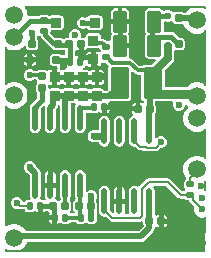
<source format=gbl>
G04*
G04 #@! TF.GenerationSoftware,Altium Limited,Altium Designer,24.1.2 (44)*
G04*
G04 Layer_Physical_Order=4*
G04 Layer_Color=16711680*
%FSLAX25Y25*%
%MOIN*%
G70*
G04*
G04 #@! TF.SameCoordinates,64876319-8F7E-4D7F-B011-834D707076D5*
G04*
G04*
G04 #@! TF.FilePolarity,Positive*
G04*
G01*
G75*
%ADD12C,0.00787*%
%ADD14C,0.01968*%
%ADD15C,0.01575*%
G04:AMPARAMS|DCode=27|XSize=35.83mil|YSize=33.47mil|CornerRadius=3.35mil|HoleSize=0mil|Usage=FLASHONLY|Rotation=0.000|XOffset=0mil|YOffset=0mil|HoleType=Round|Shape=RoundedRectangle|*
%AMROUNDEDRECTD27*
21,1,0.03583,0.02677,0,0,0.0*
21,1,0.02913,0.03347,0,0,0.0*
1,1,0.00669,0.01457,-0.01339*
1,1,0.00669,-0.01457,-0.01339*
1,1,0.00669,-0.01457,0.01339*
1,1,0.00669,0.01457,0.01339*
%
%ADD27ROUNDEDRECTD27*%
G04:AMPARAMS|DCode=28|XSize=70.87mil|YSize=45.28mil|CornerRadius=4.53mil|HoleSize=0mil|Usage=FLASHONLY|Rotation=90.000|XOffset=0mil|YOffset=0mil|HoleType=Round|Shape=RoundedRectangle|*
%AMROUNDEDRECTD28*
21,1,0.07087,0.03622,0,0,90.0*
21,1,0.06181,0.04528,0,0,90.0*
1,1,0.00906,0.01811,0.03091*
1,1,0.00906,0.01811,-0.03091*
1,1,0.00906,-0.01811,-0.03091*
1,1,0.00906,-0.01811,0.03091*
%
%ADD28ROUNDEDRECTD28*%
G04:AMPARAMS|DCode=31|XSize=23.62mil|YSize=23.62mil|CornerRadius=2.36mil|HoleSize=0mil|Usage=FLASHONLY|Rotation=90.000|XOffset=0mil|YOffset=0mil|HoleType=Round|Shape=RoundedRectangle|*
%AMROUNDEDRECTD31*
21,1,0.02362,0.01890,0,0,90.0*
21,1,0.01890,0.02362,0,0,90.0*
1,1,0.00472,0.00945,0.00945*
1,1,0.00472,0.00945,-0.00945*
1,1,0.00472,-0.00945,-0.00945*
1,1,0.00472,-0.00945,0.00945*
%
%ADD31ROUNDEDRECTD31*%
G04:AMPARAMS|DCode=32|XSize=19.68mil|YSize=23.62mil|CornerRadius=1.97mil|HoleSize=0mil|Usage=FLASHONLY|Rotation=0.000|XOffset=0mil|YOffset=0mil|HoleType=Round|Shape=RoundedRectangle|*
%AMROUNDEDRECTD32*
21,1,0.01968,0.01968,0,0,0.0*
21,1,0.01575,0.02362,0,0,0.0*
1,1,0.00394,0.00787,-0.00984*
1,1,0.00394,-0.00787,-0.00984*
1,1,0.00394,-0.00787,0.00984*
1,1,0.00394,0.00787,0.00984*
%
%ADD32ROUNDEDRECTD32*%
G04:AMPARAMS|DCode=33|XSize=19.68mil|YSize=23.62mil|CornerRadius=1.97mil|HoleSize=0mil|Usage=FLASHONLY|Rotation=270.000|XOffset=0mil|YOffset=0mil|HoleType=Round|Shape=RoundedRectangle|*
%AMROUNDEDRECTD33*
21,1,0.01968,0.01968,0,0,270.0*
21,1,0.01575,0.02362,0,0,270.0*
1,1,0.00394,-0.00984,-0.00787*
1,1,0.00394,-0.00984,0.00787*
1,1,0.00394,0.00984,0.00787*
1,1,0.00394,0.00984,-0.00787*
%
%ADD33ROUNDEDRECTD33*%
%ADD51O,0.00787X0.05906*%
%ADD52O,0.00787X0.03937*%
%ADD53O,0.00787X0.40158*%
%ADD54O,0.66929X0.00787*%
%ADD55O,0.00787X0.18898*%
%ADD56O,0.00787X0.10236*%
%ADD57O,0.00787X0.12992*%
%ADD58O,0.60630X0.00787*%
%ADD59O,0.00787X0.01181*%
%ADD60C,0.02362*%
%ADD61C,0.03150*%
%ADD63C,0.02756*%
%ADD64C,0.02362*%
%ADD65C,0.05906*%
%ADD66C,0.01181*%
G04:AMPARAMS|DCode=67|XSize=23.62mil|YSize=23.62mil|CornerRadius=2.36mil|HoleSize=0mil|Usage=FLASHONLY|Rotation=0.000|XOffset=0mil|YOffset=0mil|HoleType=Round|Shape=RoundedRectangle|*
%AMROUNDEDRECTD67*
21,1,0.02362,0.01890,0,0,0.0*
21,1,0.01890,0.02362,0,0,0.0*
1,1,0.00472,0.00945,-0.00945*
1,1,0.00472,-0.00945,-0.00945*
1,1,0.00472,-0.00945,0.00945*
1,1,0.00472,0.00945,0.00945*
%
%ADD67ROUNDEDRECTD67*%
G04:AMPARAMS|DCode=68|XSize=106.3mil|YSize=62.99mil|CornerRadius=6.3mil|HoleSize=0mil|Usage=FLASHONLY|Rotation=90.000|XOffset=0mil|YOffset=0mil|HoleType=Round|Shape=RoundedRectangle|*
%AMROUNDEDRECTD68*
21,1,0.10630,0.05039,0,0,90.0*
21,1,0.09370,0.06299,0,0,90.0*
1,1,0.01260,0.02520,0.04685*
1,1,0.01260,0.02520,-0.04685*
1,1,0.01260,-0.02520,-0.04685*
1,1,0.01260,-0.02520,0.04685*
%
%ADD68ROUNDEDRECTD68*%
G04:AMPARAMS|DCode=69|XSize=33.47mil|YSize=33.47mil|CornerRadius=3.35mil|HoleSize=0mil|Usage=FLASHONLY|Rotation=270.000|XOffset=0mil|YOffset=0mil|HoleType=Round|Shape=RoundedRectangle|*
%AMROUNDEDRECTD69*
21,1,0.03347,0.02677,0,0,270.0*
21,1,0.02677,0.03347,0,0,270.0*
1,1,0.00669,-0.01339,-0.01339*
1,1,0.00669,-0.01339,0.01339*
1,1,0.00669,0.01339,0.01339*
1,1,0.00669,0.01339,-0.01339*
%
%ADD69ROUNDEDRECTD69*%
%ADD70O,0.01968X0.08661*%
G04:AMPARAMS|DCode=71|XSize=122.05mil|YSize=94.49mil|CornerRadius=9.45mil|HoleSize=0mil|Usage=FLASHONLY|Rotation=180.000|XOffset=0mil|YOffset=0mil|HoleType=Round|Shape=RoundedRectangle|*
%AMROUNDEDRECTD71*
21,1,0.12205,0.07559,0,0,180.0*
21,1,0.10315,0.09449,0,0,180.0*
1,1,0.01890,-0.05158,0.03780*
1,1,0.01890,0.05158,0.03780*
1,1,0.01890,0.05158,-0.03780*
1,1,0.01890,-0.05158,-0.03780*
%
%ADD71ROUNDEDRECTD71*%
G04:AMPARAMS|DCode=72|XSize=118.11mil|YSize=104.33mil|CornerRadius=10.43mil|HoleSize=0mil|Usage=FLASHONLY|Rotation=0.000|XOffset=0mil|YOffset=0mil|HoleType=Round|Shape=RoundedRectangle|*
%AMROUNDEDRECTD72*
21,1,0.11811,0.08346,0,0,0.0*
21,1,0.09724,0.10433,0,0,0.0*
1,1,0.02087,0.04862,-0.04173*
1,1,0.02087,-0.04862,-0.04173*
1,1,0.02087,-0.04862,0.04173*
1,1,0.02087,0.04862,0.04173*
%
%ADD72ROUNDEDRECTD72*%
G36*
X62081Y81299D02*
X61196Y80788D01*
X60353Y79945D01*
X60246Y79759D01*
X59372D01*
X59218Y79862D01*
X58819Y79941D01*
X56929D01*
X56530Y79862D01*
X55999Y79855D01*
X55446Y80409D01*
X54722Y80709D01*
X53939D01*
X53333Y80458D01*
X53149Y80422D01*
X52636Y80524D01*
X52481Y80756D01*
X52070Y81030D01*
X51586Y81127D01*
X47964D01*
X47480Y81030D01*
X47070Y80756D01*
X46796Y80346D01*
X46700Y79862D01*
Y73681D01*
X46796Y73197D01*
X47052Y72756D01*
X46796Y72315D01*
X46700Y71831D01*
Y65650D01*
X46796Y65166D01*
X47070Y64755D01*
X47480Y64481D01*
X47964Y64385D01*
X50131D01*
X50357Y63840D01*
X49423Y62906D01*
X49105Y62429D01*
X46693D01*
X46140Y62319D01*
X45671Y62006D01*
X45612Y61918D01*
X44793D01*
X42726Y63986D01*
X42270Y64290D01*
X41732Y64397D01*
X41509D01*
X41218Y64988D01*
X41337Y65166D01*
X41434Y65650D01*
Y67953D01*
X38358D01*
Y69528D01*
X41434D01*
Y71831D01*
X41337Y72315D01*
X41081Y72756D01*
X41337Y73197D01*
X41434Y73681D01*
Y75984D01*
X38358D01*
X35283D01*
Y73681D01*
X35379Y73197D01*
X35635Y72756D01*
X35379Y72315D01*
X35283Y71831D01*
Y70637D01*
X34738Y70164D01*
X33860D01*
X33465Y70560D01*
X33009Y70865D01*
X32471Y70972D01*
X31930D01*
Y71779D01*
X31843Y72217D01*
X31595Y72588D01*
X31224Y72836D01*
X30786Y72923D01*
X28109D01*
X27671Y72836D01*
X27300Y72588D01*
X27052Y72217D01*
X26965Y71779D01*
Y71635D01*
X26375Y71252D01*
X26234Y71280D01*
X25673D01*
X25345Y71771D01*
X25373Y71839D01*
Y72622D01*
X25074Y73346D01*
X24520Y73900D01*
X23796Y74199D01*
X23013D01*
X22290Y73900D01*
X21736Y73346D01*
X21436Y72622D01*
Y71839D01*
X21464Y71771D01*
X21136Y71280D01*
X20407D01*
X20008Y71201D01*
X19669Y70974D01*
X19399D01*
X19061Y71201D01*
X18661Y71280D01*
X17377D01*
X17323Y71291D01*
X17323Y71291D01*
X16618D01*
X14985Y72924D01*
Y73389D01*
X15298Y73778D01*
X15466Y73895D01*
X18379D01*
X18817Y73982D01*
X19188Y74230D01*
X19436Y74602D01*
X19523Y75039D01*
Y77716D01*
X19436Y78154D01*
X19188Y78526D01*
X18817Y78773D01*
X18379Y78861D01*
X15466D01*
X15028Y78773D01*
X14680Y78729D01*
X14354Y78946D01*
X13970Y79023D01*
X12002D01*
X11618Y78946D01*
X11292Y78729D01*
X11233Y78640D01*
X8334D01*
X8071Y78588D01*
X7480Y79014D01*
Y79533D01*
X7172Y80685D01*
X6817Y81299D01*
X7158Y81890D01*
X61923D01*
X62081Y81299D01*
D02*
G37*
G36*
X55371Y77009D02*
X55770Y76849D01*
X55941Y76731D01*
X55965Y76609D01*
X56191Y76270D01*
X56530Y76044D01*
X56929Y75964D01*
X58819D01*
X59218Y76044D01*
X59695Y75652D01*
X59757Y75418D01*
X60353Y74385D01*
X61196Y73542D01*
X62229Y72946D01*
X63380Y72638D01*
X64572D01*
X65724Y72946D01*
X66321Y73291D01*
X66911Y72950D01*
X66877Y56203D01*
X66286Y55863D01*
X65724Y56187D01*
X64572Y56496D01*
X63380D01*
X62229Y56187D01*
X61196Y55591D01*
X60572Y54967D01*
X53177D01*
Y59655D01*
X53192Y59729D01*
Y60430D01*
X55766Y63004D01*
X56244Y63720D01*
X56412Y64565D01*
Y66804D01*
X56929Y67303D01*
X58819D01*
X59218Y67382D01*
X59557Y67608D01*
X59783Y67947D01*
X59863Y68347D01*
Y70236D01*
X59783Y70636D01*
X59557Y70974D01*
X59218Y71201D01*
X58819Y71280D01*
X58148D01*
X56563Y72865D01*
X56042Y73213D01*
X55428Y73335D01*
X55428Y73335D01*
X53384D01*
X52912Y73641D01*
X52851Y73911D01*
Y76632D01*
X52899Y76690D01*
X53442Y76978D01*
X53939Y76772D01*
X54722D01*
X55295Y77009D01*
X55371Y77009D01*
D02*
G37*
G36*
X11618Y71974D02*
X11839Y71930D01*
X11896Y71644D01*
X12244Y71123D01*
X14818Y68550D01*
X15339Y68202D01*
X15774Y68115D01*
X15807Y67947D01*
X16034Y67608D01*
X16372Y67382D01*
X16772Y67303D01*
X18661D01*
X18969Y67364D01*
X20068D01*
Y65648D01*
X18664D01*
X18612Y65725D01*
X18273Y65952D01*
X17874Y66031D01*
X15984D01*
X15585Y65952D01*
X15246Y65725D01*
X15020Y65387D01*
X14941Y64987D01*
Y63098D01*
X15020Y62698D01*
X15246Y62360D01*
X15585Y62134D01*
X15984Y62054D01*
X17017D01*
X17072Y62043D01*
X17415D01*
Y61386D01*
X17505Y61170D01*
X17323Y60897D01*
Y58196D01*
Y55714D01*
X17874D01*
X18312Y55801D01*
X18683Y56049D01*
X19099D01*
X19470Y55801D01*
X19908Y55714D01*
X20459D01*
Y58196D01*
X22034D01*
Y55714D01*
X22585D01*
X23023Y55801D01*
X23394Y56049D01*
X23790D01*
X24161Y55801D01*
X24599Y55714D01*
X25150D01*
Y58196D01*
X26725D01*
Y55714D01*
X27276D01*
X27714Y55801D01*
X28085Y56049D01*
X28481D01*
X28852Y55801D01*
X29290Y55714D01*
X29841D01*
Y58196D01*
Y60679D01*
X29290D01*
X28852Y60592D01*
X28481Y60344D01*
X28085D01*
X27714Y60592D01*
X27276Y60679D01*
X25884D01*
X25879Y61268D01*
X26263Y61344D01*
X26589Y61561D01*
X26760Y61818D01*
X26938Y61901D01*
X26989Y61916D01*
X27428Y61987D01*
X27671Y61825D01*
X28109Y61737D01*
X28660D01*
Y64220D01*
Y66703D01*
X28109D01*
X27671Y66615D01*
X27300Y66368D01*
X27052Y65996D01*
X26965Y65559D01*
Y65368D01*
X26375Y65092D01*
X26263Y65167D01*
X25879Y65243D01*
Y63255D01*
X24305D01*
Y65243D01*
X23921Y65167D01*
X23870Y65133D01*
X23279Y65448D01*
Y67116D01*
X23870Y67432D01*
X23945Y67382D01*
X24344Y67303D01*
X24501D01*
Y69291D01*
X26076D01*
Y67303D01*
X26234D01*
X26633Y67382D01*
X26972Y67608D01*
X27061Y67742D01*
X27555Y67987D01*
X27814Y68017D01*
X28109Y67958D01*
X30786D01*
X31175Y68035D01*
X31256Y68027D01*
X31766Y67729D01*
Y67586D01*
X31842Y67202D01*
X32015Y66943D01*
X31934Y66717D01*
X31390Y66505D01*
X31224Y66615D01*
X30786Y66703D01*
X30235D01*
Y64220D01*
Y61737D01*
X30786D01*
X31224Y61825D01*
X31595Y62072D01*
X31843Y62444D01*
X31900Y62730D01*
X32130Y62913D01*
X32278Y63003D01*
X32521Y63089D01*
X32769Y63039D01*
X33680D01*
X34653Y62066D01*
X34648Y62006D01*
X34334Y61537D01*
X34224Y60984D01*
Y54017D01*
X33990Y53782D01*
X33004D01*
X32776Y54123D01*
X32405Y54371D01*
X31967Y54458D01*
X29290D01*
X28852Y54371D01*
X28698Y54268D01*
X28283Y54170D01*
X27868Y54268D01*
X27714Y54371D01*
X27276Y54458D01*
X24599D01*
X24161Y54371D01*
X24007Y54268D01*
X23592Y54170D01*
X23177Y54268D01*
X23023Y54371D01*
X22585Y54458D01*
X19908D01*
X19470Y54371D01*
X19302Y54259D01*
X18891Y54169D01*
X18479Y54259D01*
X18312Y54371D01*
X17874Y54458D01*
X15197D01*
X14981Y54415D01*
X14390Y54781D01*
Y55337D01*
X14483Y55454D01*
X14925Y55754D01*
X14964Y55760D01*
X15197Y55714D01*
X15748D01*
Y58196D01*
Y60679D01*
X15197D01*
X14759Y60592D01*
X14669Y60532D01*
X14084Y60344D01*
X13746Y60571D01*
X13346Y60650D01*
X11457D01*
X11057Y60571D01*
X10719Y60344D01*
X10666Y60266D01*
X9647D01*
X9383Y60530D01*
X8659Y60830D01*
X7876D01*
X7153Y60530D01*
X6599Y59976D01*
X6299Y59253D01*
Y58469D01*
X6599Y57746D01*
X7153Y57192D01*
X7876Y56893D01*
X8659D01*
X9383Y57192D01*
X9647Y57456D01*
X10465D01*
X10492Y57317D01*
X10719Y56978D01*
Y56407D01*
X10492Y56069D01*
X10413Y55669D01*
Y53780D01*
X10492Y53380D01*
X10599Y53220D01*
Y51118D01*
X9134Y49653D01*
X9072Y49560D01*
X8795Y49375D01*
X8404Y48789D01*
X8266Y48098D01*
Y41405D01*
X8404Y40714D01*
X8795Y40128D01*
X9381Y39736D01*
X10072Y39599D01*
X10764Y39736D01*
X11350Y40128D01*
X11741Y40714D01*
X11879Y41405D01*
Y47856D01*
X12799Y48777D01*
X13343Y48486D01*
X13266Y48098D01*
Y41405D01*
X13404Y40714D01*
X13795Y40128D01*
X14381Y39736D01*
X15072Y39599D01*
X15764Y39736D01*
X16350Y40128D01*
X16741Y40714D01*
X16879Y41405D01*
Y44751D01*
X16879Y44751D01*
Y47350D01*
X17117Y47588D01*
X17509Y48174D01*
X17647Y48866D01*
Y48916D01*
X17675Y48930D01*
X18266Y48556D01*
Y48098D01*
X18266Y48098D01*
Y41405D01*
X18404Y40714D01*
X18795Y40128D01*
X19381Y39736D01*
X20072Y39599D01*
X20764Y39736D01*
X21350Y40128D01*
X21741Y40714D01*
X21879Y41405D01*
Y46326D01*
X21879Y46326D01*
Y49493D01*
X22585D01*
X23023Y49580D01*
X23023Y49580D01*
X23356Y49463D01*
X23520Y48963D01*
X23404Y48789D01*
X23266Y48098D01*
Y41405D01*
X23404Y40714D01*
X23795Y40128D01*
X24381Y39736D01*
X25072Y39599D01*
X25764Y39736D01*
X26350Y40128D01*
X26741Y40714D01*
X26879Y41405D01*
Y46445D01*
X28065D01*
X28375Y46238D01*
X28759Y46162D01*
X30334D01*
X30718Y46238D01*
X31043Y46456D01*
X31593D01*
X31918Y46238D01*
X32302Y46162D01*
Y48150D01*
X33090D01*
Y48937D01*
X34880D01*
Y49134D01*
X34804Y49518D01*
X34763Y49579D01*
X35079Y50169D01*
X35525D01*
X35597Y50183D01*
X35669Y50169D01*
X40709D01*
X41262Y50279D01*
X41730Y50592D01*
X42044Y51061D01*
X42154Y51614D01*
Y59812D01*
X42699Y60038D01*
X43218Y59520D01*
X43673Y59215D01*
X44211Y59109D01*
X45248D01*
Y51614D01*
X45358Y51061D01*
X45671Y50592D01*
X46140Y50279D01*
X46291Y50249D01*
X46332Y49679D01*
X45820Y49459D01*
X45629Y49586D01*
X45230Y49666D01*
X45072D01*
Y47677D01*
X44285D01*
Y46890D01*
X42296D01*
Y46732D01*
X42376Y46333D01*
X42602Y45994D01*
X42706Y45925D01*
X42581Y45298D01*
X42447Y45271D01*
X41861Y44880D01*
X41470Y44294D01*
X41332Y43602D01*
Y36909D01*
X41470Y36218D01*
X41861Y35632D01*
X42447Y35241D01*
X43139Y35103D01*
X43225Y35120D01*
X44256Y34089D01*
X44646Y33828D01*
X45107Y33737D01*
X45107Y33737D01*
X46624D01*
X46781Y33632D01*
X47242Y33540D01*
X47242Y33540D01*
X50268D01*
X50268Y33540D01*
X50729Y33632D01*
X51120Y33893D01*
X51759Y34532D01*
X52416D01*
X53139Y34831D01*
X53693Y35385D01*
X53993Y36109D01*
Y36892D01*
X53693Y37615D01*
X53139Y38169D01*
X52416Y38469D01*
X51633D01*
X50909Y38169D01*
X50536Y37795D01*
X49945Y38040D01*
Y40322D01*
X49945Y40322D01*
Y43472D01*
Y46054D01*
X50131Y46333D01*
X50211Y46732D01*
Y48622D01*
X50131Y49021D01*
X50028Y49175D01*
Y50169D01*
X50694D01*
X50787Y50151D01*
X55574D01*
X55969Y49560D01*
X55905Y49407D01*
Y48624D01*
X56205Y47901D01*
X56759Y47347D01*
X57482Y47047D01*
X58266D01*
X58989Y47347D01*
X59543Y47901D01*
X59842Y48624D01*
Y48893D01*
X60109Y49047D01*
X60433Y49109D01*
X60913Y48629D01*
X61132Y48228D01*
X60913Y47827D01*
X60353Y47268D01*
X59757Y46236D01*
X59449Y45084D01*
Y43892D01*
X59757Y42741D01*
X60353Y41708D01*
X61196Y40865D01*
X62229Y40269D01*
X63380Y39961D01*
X64572D01*
X65724Y40269D01*
X66255Y40576D01*
X66845Y40235D01*
X66828Y31822D01*
X66237Y31482D01*
X65724Y31778D01*
X64572Y32087D01*
X63380D01*
X62229Y31778D01*
X61196Y31182D01*
X60353Y30339D01*
X59757Y29307D01*
X59449Y28155D01*
Y26963D01*
X59757Y25811D01*
X60353Y24779D01*
X60361Y24771D01*
X60368Y24567D01*
X60281Y24106D01*
X60056Y23956D01*
X59838Y23630D01*
X59762Y23246D01*
Y21671D01*
X59838Y21287D01*
X60056Y20962D01*
Y20629D01*
X59688Y20229D01*
X59042Y20220D01*
X55140Y24122D01*
X54749Y24383D01*
X54288Y24475D01*
X54288Y24475D01*
X47849D01*
X47849Y24475D01*
X47388Y24383D01*
X46997Y24122D01*
X46997Y24122D01*
X44767Y21892D01*
X43996Y21735D01*
X43830Y21846D01*
X43139Y21983D01*
X42447Y21846D01*
X41861Y21454D01*
X41470Y20868D01*
X41332Y20177D01*
Y13484D01*
X41408Y13102D01*
X41002Y12511D01*
X40275D01*
X39869Y13102D01*
X39945Y13484D01*
Y16043D01*
X36332D01*
Y13484D01*
X36399Y13148D01*
X35855Y12857D01*
X34945Y13767D01*
Y20177D01*
X34808Y20868D01*
X34416Y21454D01*
X33830Y21846D01*
X33139Y21983D01*
X32447Y21846D01*
X31861Y21454D01*
X31470Y20868D01*
X31332Y20177D01*
Y13484D01*
X31470Y12793D01*
X31861Y12207D01*
X32447Y11815D01*
X33139Y11678D01*
X33547Y11759D01*
X34850Y10456D01*
X34850Y10455D01*
X35241Y10194D01*
X35702Y10103D01*
X44911D01*
X44911Y10103D01*
X45372Y10194D01*
X45544Y10310D01*
X46135Y10031D01*
Y9291D01*
X46214Y8892D01*
X46221Y8882D01*
Y8618D01*
X44527Y6925D01*
X6910D01*
X6576Y7504D01*
X5733Y8347D01*
X4700Y8943D01*
X3549Y9252D01*
X2357D01*
X1205Y8943D01*
X591Y8589D01*
X0Y8929D01*
Y47960D01*
X591Y48301D01*
X1205Y47946D01*
X2357Y47638D01*
X3549D01*
X4700Y47946D01*
X5733Y48542D01*
X6576Y49385D01*
X7172Y50418D01*
X7480Y51569D01*
Y52761D01*
X7172Y53913D01*
X6576Y54945D01*
X5733Y55788D01*
X4700Y56384D01*
X3549Y56693D01*
X2357D01*
X1205Y56384D01*
X591Y56029D01*
X0Y56371D01*
Y67448D01*
X591Y67789D01*
X1205Y67435D01*
X2357Y67126D01*
X3549D01*
X4700Y67435D01*
X5733Y68031D01*
X6476Y68774D01*
X7067Y68633D01*
Y68347D01*
X7146Y67947D01*
X7372Y67608D01*
X7711Y67382D01*
X8110Y67303D01*
X10000D01*
X10399Y67382D01*
X10738Y67608D01*
X10964Y67947D01*
X11044Y68347D01*
Y70236D01*
X10964Y70636D01*
X10738Y70974D01*
X10661Y71026D01*
Y71842D01*
X10702Y71883D01*
X10735Y71962D01*
X10902Y72031D01*
X11430Y72099D01*
X11618Y71974D01*
D02*
G37*
G36*
X57792Y18064D02*
X57792Y18064D01*
X58183Y17803D01*
X58644Y17711D01*
X58644Y17711D01*
X59860D01*
X60056Y17418D01*
X60381Y17201D01*
X60765Y17124D01*
X61384D01*
X61424Y16923D01*
X61686Y16533D01*
X63138Y15080D01*
X62992Y14536D01*
Y13810D01*
X63180Y13110D01*
X63543Y12481D01*
X64056Y11968D01*
X64684Y11605D01*
X65385Y11417D01*
X66111D01*
X66319Y11473D01*
X66787Y11113D01*
X66764Y-0D01*
X5006Y0D01*
X4848Y591D01*
X5733Y1101D01*
X6576Y1944D01*
X7172Y2977D01*
X7261Y3312D01*
X45276D01*
X45967Y3449D01*
X46553Y3841D01*
X49305Y6593D01*
X49696Y7179D01*
X49834Y7870D01*
Y8304D01*
X50192Y8468D01*
X50361Y8508D01*
X50474Y8489D01*
X50716Y8327D01*
X51116Y8248D01*
X51273D01*
Y10236D01*
Y12225D01*
X51116D01*
X50716Y12145D01*
X50520Y12015D01*
X50034Y12193D01*
X49930Y12276D01*
Y13409D01*
X49945Y13484D01*
Y13550D01*
X49945Y13550D01*
Y17181D01*
X49945Y17181D01*
Y20177D01*
X49808Y20868D01*
X49416Y21454D01*
X49384Y21476D01*
X49563Y22067D01*
X53789D01*
X57792Y18064D01*
D02*
G37*
%LPC*%
G36*
X31372Y78861D02*
X28458D01*
X28020Y78773D01*
X27649Y78526D01*
X27543Y78367D01*
X27357Y78150D01*
X26786Y78090D01*
X26446Y78231D01*
X25663D01*
X24939Y77931D01*
X24386Y77378D01*
X24086Y76654D01*
Y75871D01*
X24386Y75147D01*
X24939Y74594D01*
X25663Y74294D01*
X26446D01*
X26841Y74458D01*
X27221Y74555D01*
X27646Y74235D01*
X27649Y74230D01*
X28020Y73982D01*
X28458Y73895D01*
X31372D01*
X31809Y73982D01*
X32181Y74230D01*
X32429Y74602D01*
X32516Y75039D01*
Y77716D01*
X32429Y78154D01*
X32181Y78526D01*
X31809Y78773D01*
X31372Y78861D01*
D02*
G37*
G36*
X40169Y81127D02*
X39145D01*
Y77559D01*
X41434D01*
Y79862D01*
X41337Y80346D01*
X41063Y80756D01*
X40653Y81030D01*
X40169Y81127D01*
D02*
G37*
G36*
X37571D02*
X36547D01*
X36063Y81030D01*
X35653Y80756D01*
X35379Y80346D01*
X35283Y79862D01*
Y77559D01*
X37571D01*
Y81127D01*
D02*
G37*
G36*
X9213Y66031D02*
X9055D01*
Y64830D01*
X10256D01*
Y64987D01*
X10177Y65387D01*
X9950Y65725D01*
X9612Y65952D01*
X9213Y66031D01*
D02*
G37*
G36*
X7480D02*
X7323D01*
X6923Y65952D01*
X6585Y65725D01*
X6359Y65387D01*
X6279Y64987D01*
Y64830D01*
X7480D01*
Y66031D01*
D02*
G37*
G36*
X10256Y63255D02*
X9055D01*
Y62054D01*
X9213D01*
X9612Y62134D01*
X9950Y62360D01*
X10177Y62698D01*
X10256Y63098D01*
Y63255D01*
D02*
G37*
G36*
X7480D02*
X6279D01*
Y63098D01*
X6359Y62698D01*
X6585Y62360D01*
X6923Y62134D01*
X7323Y62054D01*
X7480D01*
Y63255D01*
D02*
G37*
G36*
X31967Y60679D02*
X31416D01*
Y58984D01*
X33111D01*
Y59535D01*
X33024Y59973D01*
X32776Y60344D01*
X32405Y60592D01*
X31967Y60679D01*
D02*
G37*
G36*
X33111Y57409D02*
X31416D01*
Y55714D01*
X31967D01*
X32405Y55801D01*
X32776Y56049D01*
X33024Y56420D01*
X33111Y56858D01*
Y57409D01*
D02*
G37*
G36*
X43498Y49666D02*
X43340D01*
X42941Y49586D01*
X42602Y49360D01*
X42376Y49021D01*
X42296Y48622D01*
Y48465D01*
X43498D01*
Y49666D01*
D02*
G37*
G36*
X34880Y47362D02*
X33877D01*
Y46162D01*
X34261Y46238D01*
X34587Y46456D01*
X34804Y46781D01*
X34880Y47165D01*
Y47362D01*
D02*
G37*
G36*
X38139Y45409D02*
X37447Y45271D01*
X36861Y44880D01*
X36470Y44294D01*
X36332Y43602D01*
Y36909D01*
X36470Y36218D01*
X36861Y35632D01*
X37447Y35241D01*
X38139Y35103D01*
X38830Y35241D01*
X39416Y35632D01*
X39808Y36218D01*
X39945Y36909D01*
Y43602D01*
X39808Y44294D01*
X39416Y44880D01*
X38830Y45271D01*
X38139Y45409D01*
D02*
G37*
G36*
X33139D02*
X32447Y45271D01*
X31861Y44880D01*
X31470Y44294D01*
X31332Y43602D01*
Y40567D01*
X29527D01*
X29333Y40528D01*
X29135D01*
X28953Y40452D01*
X28759Y40414D01*
X28594Y40304D01*
X28412Y40228D01*
X28272Y40089D01*
X28107Y39979D01*
X27998Y39814D01*
X27858Y39675D01*
X27782Y39492D01*
X27672Y39328D01*
X27634Y39134D01*
X27558Y38951D01*
Y38754D01*
X27520Y38560D01*
X27558Y38366D01*
Y38168D01*
X27634Y37985D01*
X27672Y37791D01*
X27782Y37627D01*
X27858Y37444D01*
X27998Y37305D01*
X28107Y37140D01*
X28272Y37031D01*
X28412Y36891D01*
X28594Y36815D01*
X28759Y36705D01*
X28953Y36667D01*
X29135Y36591D01*
X29333D01*
X29527Y36553D01*
X31403D01*
X31470Y36218D01*
X31861Y35632D01*
X32447Y35241D01*
X33139Y35103D01*
X33830Y35241D01*
X34416Y35632D01*
X34808Y36218D01*
X34945Y36909D01*
Y43602D01*
X34808Y44294D01*
X34416Y44880D01*
X33830Y45271D01*
X33139Y45409D01*
D02*
G37*
G36*
X15860Y27065D02*
Y22901D01*
X16879D01*
Y25460D01*
X16741Y26151D01*
X16350Y26737D01*
X15860Y27065D01*
D02*
G37*
G36*
X14285D02*
X13795Y26737D01*
X13404Y26151D01*
X13266Y25460D01*
Y22901D01*
X14285D01*
Y27065D01*
D02*
G37*
G36*
X38926Y21782D02*
Y17618D01*
X39945D01*
Y20177D01*
X39808Y20868D01*
X39416Y21454D01*
X38926Y21782D01*
D02*
G37*
G36*
X37351D02*
X36861Y21454D01*
X36470Y20868D01*
X36332Y20177D01*
Y17618D01*
X37351D01*
Y21782D01*
D02*
G37*
G36*
X8659Y30120D02*
X7876D01*
X7153Y29820D01*
X6599Y29266D01*
X6299Y28543D01*
Y27760D01*
X6599Y27036D01*
X7153Y26482D01*
X7362Y26395D01*
X8266Y25492D01*
Y25460D01*
X8266Y25460D01*
Y18767D01*
X8404Y18076D01*
X8499Y17933D01*
X8184Y17342D01*
X7480D01*
X7096Y17266D01*
X6771Y17048D01*
X6553Y16723D01*
X6521Y16559D01*
X5906D01*
Y16723D01*
X5606Y17447D01*
X5052Y18000D01*
X4329Y18300D01*
X3545D01*
X2822Y18000D01*
X2268Y17447D01*
X1969Y16723D01*
Y15940D01*
X2268Y15217D01*
X2822Y14663D01*
X3545Y14363D01*
X4272D01*
X4453Y14242D01*
X4914Y14150D01*
X6521D01*
X6553Y13986D01*
X6771Y13660D01*
X7096Y13443D01*
X7480Y13367D01*
X9055D01*
X9439Y13443D01*
X9765Y13660D01*
X10314D01*
X10639Y13443D01*
X11023Y13367D01*
Y15354D01*
X12598D01*
Y13367D01*
X12982Y13443D01*
X13308Y13660D01*
X13517Y13973D01*
X13614Y13990D01*
X13997Y14005D01*
X14128Y13986D01*
X14338Y13671D01*
X14676Y13445D01*
X14905Y12798D01*
X14897Y12786D01*
X14820Y12402D01*
Y12205D01*
X16611D01*
Y11417D01*
X17399D01*
Y9430D01*
X17783Y9506D01*
X18108Y9724D01*
X18657D01*
X18983Y9506D01*
X19367Y9430D01*
X20942D01*
X21326Y9506D01*
X21652Y9724D01*
X21845Y10012D01*
X23540D01*
X23733Y9724D01*
X24058Y9506D01*
X24442Y9430D01*
X26017D01*
X26401Y9506D01*
X26727Y9724D01*
X27276D01*
X27602Y9506D01*
X27986Y9430D01*
X29561D01*
X29945Y9506D01*
X30270Y9724D01*
X30488Y10049D01*
X30564Y10433D01*
Y11340D01*
X30580Y11417D01*
Y15157D01*
X30565Y15231D01*
Y16299D01*
X30485Y16699D01*
X30471Y16720D01*
Y17539D01*
X30709Y18112D01*
Y18895D01*
X30409Y19619D01*
X29855Y20173D01*
X29132Y20472D01*
X28349D01*
X27625Y20173D01*
X27469Y20017D01*
X26879Y20262D01*
Y25460D01*
X26741Y26151D01*
X26350Y26737D01*
X25764Y27129D01*
X25072Y27266D01*
X24381Y27129D01*
X23795Y26737D01*
X23404Y26151D01*
X23266Y25460D01*
Y18767D01*
X23404Y18076D01*
X23515Y17909D01*
X23306Y17266D01*
X23295Y17264D01*
X22956Y17037D01*
X22730Y16699D01*
X22651Y16299D01*
Y14410D01*
X22730Y14010D01*
X22956Y13671D01*
X23295Y13445D01*
X23113Y12911D01*
X23063Y12822D01*
X22096D01*
X21670Y13340D01*
X21713Y13780D01*
X21867Y14010D01*
X21946Y14410D01*
Y16299D01*
X21867Y16699D01*
X21641Y17037D01*
X21520Y17118D01*
Y17745D01*
X21741Y18076D01*
X21879Y18767D01*
Y25460D01*
X21741Y26151D01*
X21350Y26737D01*
X20764Y27129D01*
X20072Y27266D01*
X19381Y27129D01*
X18795Y26737D01*
X18404Y26151D01*
X18266Y25460D01*
Y18767D01*
X18404Y18076D01*
X18552Y17853D01*
X18589Y17498D01*
X18115Y17037D01*
X17704D01*
X17365Y17264D01*
X16965Y17343D01*
X16962D01*
X16646Y17933D01*
X16741Y18076D01*
X16879Y18767D01*
Y21326D01*
X15072D01*
X13266D01*
Y18767D01*
X13404Y18076D01*
X13795Y17490D01*
X13893Y17424D01*
X13815Y17196D01*
X13705Y17164D01*
X13196Y17123D01*
X12982Y17266D01*
X12598Y17342D01*
X11961D01*
X11646Y17933D01*
X11741Y18076D01*
X11879Y18767D01*
Y22113D01*
X11879Y22114D01*
Y26240D01*
X11741Y26931D01*
X11350Y27517D01*
X10174Y28693D01*
X9937Y29266D01*
X9383Y29820D01*
X8659Y30120D01*
D02*
G37*
G36*
X15824Y10630D02*
X14820D01*
Y10433D01*
X14897Y10049D01*
X15114Y9724D01*
X15440Y9506D01*
X15824Y9430D01*
D01*
Y10630D01*
D02*
G37*
G36*
X53005Y12225D02*
X52848D01*
Y11024D01*
X54049D01*
Y11181D01*
X53970Y11581D01*
X53743Y11919D01*
X53405Y12145D01*
X53005Y12225D01*
D02*
G37*
G36*
X54049Y9449D02*
X52848D01*
Y8248D01*
X53005D01*
X53405Y8327D01*
X53743Y8553D01*
X53970Y8892D01*
X54049Y9291D01*
Y9449D01*
D02*
G37*
%LPD*%
D12*
X50268Y34744D02*
X52024Y36500D01*
X47242Y34744D02*
X50268D01*
X47045Y34941D02*
X47242Y34744D01*
X45107Y34941D02*
X47045D01*
X43139Y36909D02*
X45107Y34941D01*
X43139Y36909D02*
Y40256D01*
X47849Y23271D02*
X54288D01*
X45619Y12014D02*
Y21040D01*
X47849Y23271D01*
X62537Y17384D02*
X65748Y14173D01*
Y14173D02*
Y14173D01*
X62537Y17384D02*
Y18325D01*
X61946Y18915D02*
X62537Y18325D01*
X58644Y18915D02*
X61946D01*
X61750Y22459D02*
Y24624D01*
X63976Y26851D01*
Y27559D01*
X54288Y23271D02*
X58644Y18915D01*
X63699Y27282D02*
X63976Y27559D01*
X44911Y11307D02*
X45619Y12014D01*
X33139Y13870D02*
X35702Y11307D01*
X44911D01*
X33139Y13870D02*
Y16897D01*
X4914Y15354D02*
X8268D01*
X3937Y16332D02*
X4914Y15354D01*
X34214Y64567D02*
X34541Y64240D01*
X34139Y64567D02*
X34214D01*
X34541Y64165D02*
Y64240D01*
D14*
X62124Y77953D02*
X62911Y77165D01*
X57874Y77953D02*
X62124D01*
X62911Y77165D02*
X63976D01*
X48027Y10140D02*
X48124Y10236D01*
Y13535D02*
X48139Y13550D01*
Y16897D01*
Y17181D01*
X48124Y10236D02*
Y13535D01*
X28665Y16033D02*
Y18429D01*
X28740Y18504D01*
X48027Y7870D02*
Y10140D01*
X45276Y5118D02*
X48027Y7870D01*
X2953Y5118D02*
X45276D01*
X48222Y47677D02*
Y54131D01*
X15072Y48098D02*
X15840Y48866D01*
Y52369D01*
X15072Y44751D02*
Y48098D01*
X48139Y43472D02*
Y47594D01*
X48222Y54131D02*
Y55309D01*
X48139Y40322D02*
Y43472D01*
X48222Y55309D02*
X49213Y56299D01*
X28576Y15354D02*
X28773Y15157D01*
Y11417D02*
Y15157D01*
X10072Y22114D02*
Y26240D01*
X8268Y28045D02*
X10072Y26240D01*
X24994Y51976D02*
X35525D01*
X20820D02*
X25781D01*
X20466Y51621D02*
X20820Y51976D01*
X20072Y46326D02*
Y52015D01*
X15840Y51976D02*
X20820D01*
X8268Y28045D02*
Y28151D01*
X35131Y52369D02*
X35722Y52960D01*
D15*
X50888Y78740D02*
X54331D01*
X49645Y76247D02*
Y77497D01*
X50888Y78740D01*
X49645Y75590D02*
Y76247D01*
X49775Y68846D02*
Y70020D01*
Y68740D02*
Y68846D01*
X57472Y69685D02*
X57480D01*
X52982Y71730D02*
X55428D01*
X51252Y71496D02*
X52748D01*
X57480Y69685D02*
X57874Y69291D01*
X55428Y71730D02*
X57472Y69685D01*
X52748Y71496D02*
X52982Y71730D01*
X49775Y70020D02*
X51252Y71496D01*
X48988Y69633D02*
Y76247D01*
X49645Y75590D01*
X16529Y76346D02*
Y76424D01*
X8334Y77035D02*
X15919D01*
X26054Y76262D02*
X26096Y76304D01*
X29480D01*
X29521Y76346D01*
X9055Y69291D02*
Y72976D01*
X9033Y72998D02*
X9055Y72976D01*
X13183Y73688D02*
X13379Y73491D01*
Y72259D02*
X15953Y69685D01*
X13379Y72259D02*
Y73491D01*
X12986Y73688D02*
X13183D01*
X15953Y69685D02*
X17323D01*
X17717Y69291D01*
X17072Y63649D02*
X19384D01*
X21504Y64043D02*
X21674Y63873D01*
X16929Y64043D02*
X21504D01*
X19384Y61778D02*
X19535Y61928D01*
Y63176D02*
X20007Y63649D01*
X19535Y61928D02*
Y63176D01*
X20007Y63649D02*
X21352D01*
X25938Y58196D02*
X30629D01*
X15840D02*
X21246D01*
X25938D01*
X15650Y58387D02*
X15731Y58306D01*
X21674Y63873D02*
Y68970D01*
X25190Y64436D02*
Y69193D01*
Y64436D02*
X25762Y65007D01*
X29448D01*
X18182Y68970D02*
X20886D01*
X2953Y71653D02*
X8334Y77035D01*
X11811Y15354D02*
X16021D01*
X10269Y48518D02*
X12205Y50453D01*
Y54751D01*
X10072Y48204D02*
X10269Y48401D01*
Y48518D01*
X12148Y54808D02*
X12205Y54751D01*
X10072Y45145D02*
Y48204D01*
X12100Y54808D02*
X12148D01*
X16564Y11464D02*
X16611Y11417D01*
X15919Y77035D02*
X16529Y76424D01*
X16414Y11696D02*
Y14961D01*
Y11696D02*
X16566Y11544D01*
X16021Y15354D02*
X16414Y14961D01*
X38358Y68740D02*
Y76772D01*
X48988Y69633D02*
X49775Y68846D01*
D27*
X29915Y76378D02*
D03*
X16923D02*
D03*
D28*
X49775Y76772D02*
D03*
X38358D02*
D03*
X49775Y68740D02*
D03*
X38358D02*
D03*
D31*
X12402Y54724D02*
D03*
Y58661D02*
D03*
X9055Y69291D02*
D03*
X17717D02*
D03*
X8268Y64043D02*
D03*
X16929D02*
D03*
D32*
X20155Y11417D02*
D03*
X16611D02*
D03*
X29546Y48150D02*
D03*
X33090D02*
D03*
X21549Y63255D02*
D03*
X25092D02*
D03*
X28773Y11417D02*
D03*
X25230D02*
D03*
X8268Y15354D02*
D03*
X11811D02*
D03*
D33*
X33753Y64830D02*
D03*
Y68374D02*
D03*
X12986Y77232D02*
D03*
Y73688D02*
D03*
X61750Y18915D02*
D03*
Y22459D02*
D03*
D51*
X66535Y9055D02*
D03*
D52*
Y22047D02*
D03*
D53*
X394Y28543D02*
D03*
D54*
X33465Y394D02*
D03*
D55*
X66535Y64764D02*
D03*
D56*
Y35827D02*
D03*
D57*
X394Y62008D02*
D03*
D58*
X36614Y81496D02*
D03*
D59*
X394Y591D02*
D03*
X66535Y81299D02*
D03*
D60*
X29527Y38560D02*
X32423D01*
X32446Y38583D01*
D61*
X47772Y54131D02*
X48222D01*
X50787Y52559D02*
X62640D01*
X63231Y51968D01*
X63976D01*
X49215Y54131D02*
X50787Y52559D01*
X48222Y54131D02*
X49215D01*
X49213Y54134D02*
X49215Y54131D01*
D63*
X49213Y54134D02*
Y56299D01*
X50984Y61345D02*
X54205Y64565D01*
X50984Y59729D02*
Y61345D01*
X54205Y64565D02*
Y68777D01*
X49213Y57957D02*
X50984Y59729D01*
X49213Y56299D02*
Y57957D01*
D64*
X65748Y18110D02*
D03*
Y14173D02*
D03*
X54331Y78740D02*
D03*
X33922Y76362D02*
D03*
X26054Y76262D02*
D03*
X23405Y72231D02*
D03*
X57874Y49016D02*
D03*
X65345Y22029D02*
D03*
X52024Y36500D02*
D03*
X51575Y18110D02*
D03*
X58368Y32605D02*
D03*
X58376Y23754D02*
D03*
X29527Y38560D02*
D03*
X35415Y48539D02*
D03*
X32666Y32967D02*
D03*
X5512Y36417D02*
D03*
X9449Y33465D02*
D03*
X29851Y61535D02*
D03*
X51091Y13780D02*
D03*
X38406Y8262D02*
D03*
X58933Y15109D02*
D03*
X8206Y8193D02*
D03*
X10925Y1828D02*
D03*
X20669D02*
D03*
X55726Y2749D02*
D03*
X59699Y7054D02*
D03*
X51419Y48964D02*
D03*
X56693Y37402D02*
D03*
X62598Y35433D02*
D03*
Y70866D02*
D03*
X58661Y64961D02*
D03*
X62598Y59055D02*
D03*
X13118Y66649D02*
D03*
X4723Y64322D02*
D03*
X3543Y59055D02*
D03*
Y43307D02*
D03*
Y31496D02*
D03*
X5512Y25591D02*
D03*
X3543Y19685D02*
D03*
X9033Y72998D02*
D03*
X19384Y61778D02*
D03*
X10354Y12044D02*
D03*
X54205Y68777D02*
D03*
X38406Y1969D02*
D03*
X44882Y68110D02*
D03*
X3937Y16332D02*
D03*
X28740Y18504D02*
D03*
X33071Y58653D02*
D03*
X8268Y58861D02*
D03*
Y28151D02*
D03*
X43602Y57905D02*
D03*
X54724Y59055D02*
D03*
X55834Y10222D02*
D03*
X34343Y80425D02*
D03*
X22895Y8250D02*
D03*
X25197Y33465D02*
D03*
X29222Y1828D02*
D03*
X51844Y6538D02*
D03*
D65*
X2953Y71653D02*
D03*
Y4724D02*
D03*
Y52165D02*
D03*
X63976Y51968D02*
D03*
Y77165D02*
D03*
Y27559D02*
D03*
Y44488D02*
D03*
Y2953D02*
D03*
X2953Y78937D02*
D03*
D66*
X32471Y69567D02*
X33163Y68875D01*
X30321Y69567D02*
X32471D01*
X33163Y68767D02*
Y68875D01*
X29448Y70441D02*
X30321Y69567D01*
X33163Y68767D02*
X33557Y68374D01*
X33753D01*
X24639Y15354D02*
X25072Y15787D01*
Y22114D01*
X20115Y16299D02*
Y22693D01*
X8268Y58861D02*
X11879D01*
X12100Y59082D01*
X27095Y47850D02*
X27371D01*
X25072D02*
X27095D01*
X25072D02*
Y48190D01*
Y48278D01*
X24733Y47850D02*
X25072Y48190D01*
X24733Y47850D02*
X25072D01*
X27371D02*
X29290D01*
X46657Y60514D02*
X49213Y57957D01*
X41732Y62992D02*
X44211Y60514D01*
X46657D01*
X35714Y62992D02*
X41732D01*
X34541Y64165D02*
X35714Y62992D01*
X25000Y11918D02*
Y15354D01*
X20155Y11417D02*
X25230D01*
D67*
X57874Y77953D02*
D03*
Y69291D02*
D03*
X19958Y15354D02*
D03*
X16021D02*
D03*
X24639D02*
D03*
X28576D02*
D03*
X21352Y69291D02*
D03*
X25289D02*
D03*
X44285Y47677D02*
D03*
X48222D02*
D03*
X52061Y10236D02*
D03*
X48123D02*
D03*
D68*
X49213Y56299D02*
D03*
X38189D02*
D03*
D69*
X16535Y51976D02*
D03*
Y58196D02*
D03*
X30629Y51976D02*
D03*
Y58196D02*
D03*
X25938Y51976D02*
D03*
Y58196D02*
D03*
X21246Y51976D02*
D03*
Y58196D02*
D03*
X29448Y64220D02*
D03*
Y70441D02*
D03*
D70*
X25072Y22114D02*
D03*
X20072D02*
D03*
X15072D02*
D03*
X10072D02*
D03*
X25072Y44751D02*
D03*
X20072D02*
D03*
X15072D02*
D03*
X10072D02*
D03*
X48139Y16831D02*
D03*
X43139D02*
D03*
X38139D02*
D03*
X33139D02*
D03*
X48139Y40256D02*
D03*
X43139D02*
D03*
X38139D02*
D03*
X33139D02*
D03*
D71*
X17572Y33432D02*
D03*
D72*
X40639Y28543D02*
D03*
M02*

</source>
